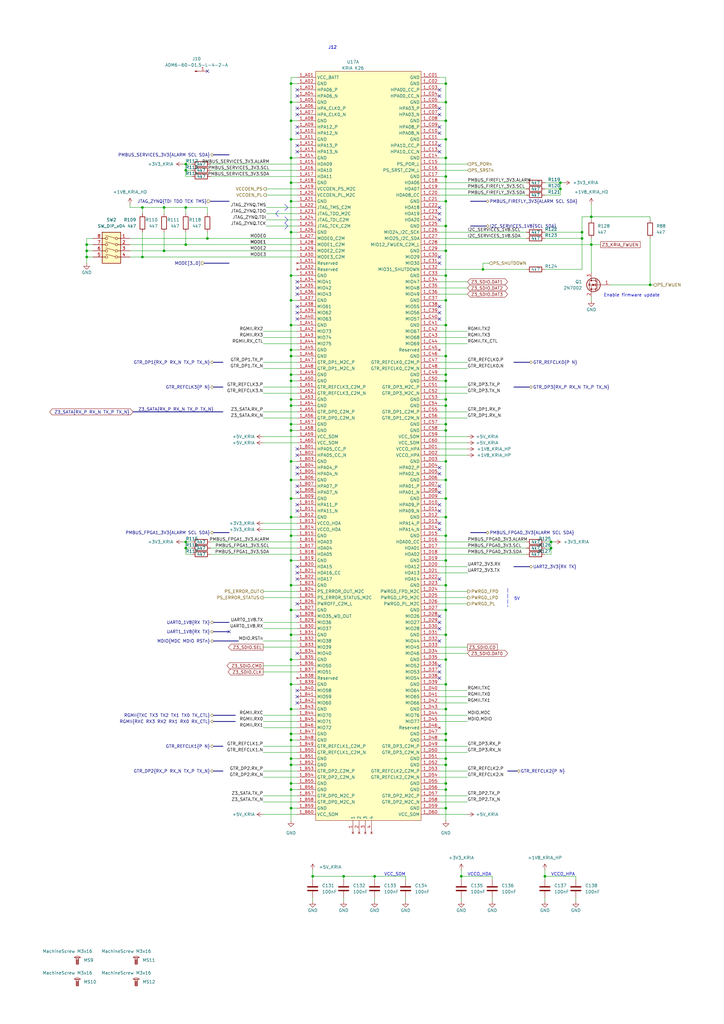
<source format=kicad_sch>
(kicad_sch (version 20211123) (generator eeschema)
  (paper "A3" portrait)
  (title_block (title "ATCA Template") (date "2023-01-05") (rev "1.0") (company "Karlsruhe Institute of Technology (KIT)") (comment 1 "Carsten Schmerbeck") (comment 2 "Luis Ardila") (comment 4 "Licensed under CERN-OHL-P v2"))
  (junction (at 182.88 240.03))
  (junction (at 189.23 359.41))
  (junction (at 119.38 146.05))
  (junction (at 119.38 113.03))
  (junction (at 119.38 153.67))
  (junction (at 119.38 260.35))
  (junction (at 119.38 331.47))
  (junction (at 182.88 196.85))
  (junction (at 182.88 146.05))
  (junction (at 182.88 331.47))
  (junction (at 119.38 280.67))
  (junction (at 119.38 270.51))
  (junction (at 182.88 34.29))
  (junction (at 182.88 82.55))
  (junction (at 119.38 311.15))
  (junction (at 119.38 176.53))
  (junction (at 182.88 250.19))
  (junction (at 119.38 313.69))
  (junction (at 58.42 85.09))
  (junction (at 182.88 176.53))
  (junction (at 242.57 100.33))
  (junction (at 182.88 57.15))
  (junction (at 182.88 280.67))
  (junction (at 182.88 321.31))
  (junction (at 266.7 116.84))
  (junction (at 182.88 173.99))
  (junction (at 67.31 102.87))
  (junction (at 76.2 85.09))
  (junction (at 119.38 133.35))
  (junction (at 119.38 49.53))
  (junction (at 182.88 153.67))
  (junction (at 119.38 219.71))
  (junction (at 182.88 49.53))
  (junction (at 128.27 359.41))
  (junction (at 119.38 290.83))
  (junction (at 182.88 123.19))
  (junction (at 182.88 290.83))
  (junction (at 67.31 85.09))
  (junction (at 119.38 204.47))
  (junction (at 182.88 270.51))
  (junction (at 119.38 321.31))
  (junction (at 119.38 57.15))
  (junction (at 35.56 105.41))
  (junction (at 229.87 74.93))
  (junction (at 85.09 97.79))
  (junction (at 35.56 102.87))
  (junction (at 238.76 95.25))
  (junction (at 119.38 212.09))
  (junction (at 182.88 204.47))
  (junction (at 182.88 163.83))
  (junction (at 182.88 323.85))
  (junction (at 119.38 189.23))
  (junction (at 119.38 123.19))
  (junction (at 119.38 250.19))
  (junction (at 182.88 212.09))
  (junction (at 119.38 143.51))
  (junction (at 238.76 97.79))
  (junction (at 182.88 311.15))
  (junction (at 182.88 102.87))
  (junction (at 76.2 222.25))
  (junction (at 76.2 69.85))
  (junction (at 119.38 300.99))
  (junction (at 182.88 156.21))
  (junction (at 182.88 166.37))
  (junction (at 182.88 189.23))
  (junction (at 182.88 219.71))
  (junction (at 76.2 224.79))
  (junction (at 198.12 110.49))
  (junction (at 76.2 67.31))
  (junction (at 226.06 222.25))
  (junction (at 119.38 240.03))
  (junction (at 119.38 95.25))
  (junction (at 182.88 303.53))
  (junction (at 35.56 100.33))
  (junction (at 119.38 196.85))
  (junction (at 119.38 34.29))
  (junction (at 182.88 72.39))
  (junction (at 119.38 163.83))
  (junction (at 119.38 64.77))
  (junction (at 182.88 92.71))
  (junction (at 119.38 41.91))
  (junction (at 119.38 166.37))
  (junction (at 182.88 113.03))
  (junction (at 182.88 41.91))
  (junction (at 119.38 173.99))
  (junction (at 182.88 313.69))
  (junction (at 229.87 77.47))
  (junction (at 223.52 359.41))
  (junction (at 182.88 133.35))
  (junction (at 119.38 82.55))
  (junction (at 140.97 359.41))
  (junction (at 182.88 229.87))
  (junction (at 58.42 105.41))
  (junction (at 76.2 100.33))
  (junction (at 182.88 300.99))
  (junction (at 226.06 224.79))
  (junction (at 242.57 88.9))
  (junction (at 182.88 260.35))
  (junction (at 119.38 229.87))
  (junction (at 119.38 323.85))
  (junction (at 182.88 64.77))
  (junction (at 119.38 74.93))
  (junction (at 119.38 303.53))
  (junction (at 119.38 156.21))
  (junction (at 153.67 359.41))
  (no_connect (at 180.34 90.17))
  (no_connect (at 180.34 85.09))
  (no_connect (at 180.34 87.63))
  (no_connect (at 180.34 105.41))
  (no_connect (at 180.34 107.95))
  (no_connect (at 121.92 283.21))
  (no_connect (at 121.92 285.75))
  (no_connect (at 121.92 288.29))
  (no_connect (at 121.92 267.97))
  (no_connect (at 121.92 252.73))
  (no_connect (at 121.92 247.65))
  (no_connect (at 121.92 232.41))
  (no_connect (at 121.92 234.95))
  (no_connect (at 121.92 237.49))
  (no_connect (at 180.34 36.83))
  (no_connect (at 180.34 39.37))
  (no_connect (at 180.34 44.45))
  (no_connect (at 180.34 46.99))
  (no_connect (at 180.34 52.07))
  (no_connect (at 180.34 54.61))
  (no_connect (at 180.34 59.69))
  (no_connect (at 180.34 62.23))
  (no_connect (at 180.34 125.73))
  (no_connect (at 180.34 128.27))
  (no_connect (at 180.34 130.81))
  (no_connect (at 121.92 115.57))
  (no_connect (at 121.92 118.11))
  (no_connect (at 121.92 120.65))
  (no_connect (at 121.92 125.73))
  (no_connect (at 121.92 128.27))
  (no_connect (at 121.92 130.81))
  (no_connect (at 121.92 54.61))
  (no_connect (at 121.92 46.99))
  (no_connect (at 121.92 44.45))
  (no_connect (at 121.92 39.37))
  (no_connect (at 121.92 36.83))
  (no_connect (at 121.92 62.23))
  (no_connect (at 121.92 59.69))
  (no_connect (at 121.92 52.07))
  (no_connect (at 85.09 29.21))
  (no_connect (at 93.98 259.08))
  (no_connect (at 180.34 237.49))
  (no_connect (at 180.34 252.73))
  (no_connect (at 180.34 255.27))
  (no_connect (at 180.34 273.05))
  (no_connect (at 180.34 275.59))
  (no_connect (at 180.34 257.81))
  (no_connect (at 180.34 262.89))
  (no_connect (at 180.34 278.13))
  (no_connect (at 180.34 209.55))
  (no_connect (at 180.34 199.39))
  (no_connect (at 180.34 201.93))
  (no_connect (at 180.34 207.01))
  (no_connect (at 180.34 214.63))
  (no_connect (at 180.34 217.17))
  (no_connect (at 180.34 191.77))
  (no_connect (at 180.34 194.31))
  (no_connect (at 121.92 207.01))
  (no_connect (at 121.92 209.55))
  (no_connect (at 121.92 201.93))
  (no_connect (at 121.92 184.15))
  (no_connect (at 121.92 186.69))
  (no_connect (at 121.92 191.77))
  (no_connect (at 121.92 194.31))
  (no_connect (at 121.92 199.39))
  (wire (pts (xy 180.34 242.57) (xy 191.77 242.57)))
  (bus (pts (xy 210.82 148.59) (xy 217.17 148.59)))
  (wire (pts (xy 180.34 334.01) (xy 191.77 334.01)))
  (wire (pts (xy 119.38 146.05) (xy 121.92 146.05)))
  (wire (pts (xy 119.38 323.85) (xy 121.92 323.85)))
  (wire (pts (xy 182.88 123.19) (xy 180.34 123.19)))
  (wire (pts (xy 119.38 219.71) (xy 121.92 219.71)))
  (wire (pts (xy 76.2 95.25) (xy 76.2 100.33)))
  (wire (pts (xy 140.97 359.41) (xy 153.67 359.41)))
  (wire (pts (xy 119.38 153.67) (xy 119.38 156.21)))
  (wire (pts (xy 76.2 85.09) (xy 85.09 85.09)))
  (wire (pts (xy 107.95 151.13) (xy 121.92 151.13)))
  (wire (pts (xy 180.34 285.75) (xy 191.77 285.75)))
  (wire (pts (xy 182.88 49.53) (xy 182.88 57.15)))
  (polyline (pts (xy 116.84 88.9) (xy 118.11 90.17)))
  (wire (pts (xy 128.27 359.41) (xy 128.27 360.68)))
  (wire (pts (xy 107.95 181.61) (xy 121.92 181.61)))
  (wire (pts (xy 119.38 166.37) (xy 119.38 173.99)))
  (wire (pts (xy 182.88 64.77) (xy 182.88 72.39)))
  (bus (pts (xy 87.63 259.08) (xy 93.98 259.08)))
  (bus (pts (xy 91.44 158.75) (xy 87.63 158.75)))
  (wire (pts (xy 107.95 245.11) (xy 121.92 245.11)))
  (wire (pts (xy 119.38 49.53) (xy 119.38 57.15)))
  (wire (pts (xy 182.88 204.47) (xy 180.34 204.47)))
  (wire (pts (xy 58.42 105.41) (xy 53.34 105.41)))
  (wire (pts (xy 67.31 85.09) (xy 76.2 85.09)))
  (wire (pts (xy 180.34 283.21) (xy 191.77 283.21)))
  (wire (pts (xy 236.22 368.3) (xy 236.22 369.57)))
  (wire (pts (xy 180.34 245.11) (xy 191.77 245.11)))
  (wire (pts (xy 189.23 356.87) (xy 189.23 359.41)))
  (wire (pts (xy 182.88 163.83) (xy 180.34 163.83)))
  (wire (pts (xy 107.95 257.81) (xy 121.92 257.81)))
  (wire (pts (xy 107.95 179.07) (xy 121.92 179.07)))
  (wire (pts (xy 78.74 224.79) (xy 76.2 224.79)))
  (wire (pts (xy 182.88 57.15) (xy 180.34 57.15)))
  (wire (pts (xy 180.34 168.91) (xy 191.77 168.91)))
  (wire (pts (xy 119.38 31.75) (xy 119.38 34.29)))
  (wire (pts (xy 182.88 331.47) (xy 180.34 331.47)))
  (bus (pts (xy 87.63 293.37) (xy 96.52 293.37)))
  (wire (pts (xy 182.88 34.29) (xy 180.34 34.29)))
  (wire (pts (xy 242.57 121.92) (xy 242.57 123.19)))
  (wire (pts (xy 74.93 67.31) (xy 76.2 67.31)))
  (wire (pts (xy 182.88 212.09) (xy 180.34 212.09)))
  (wire (pts (xy 166.37 368.3) (xy 166.37 369.57)))
  (wire (pts (xy 182.88 250.19) (xy 182.88 260.35)))
  (wire (pts (xy 107.95 328.93) (xy 121.92 328.93)))
  (wire (pts (xy 119.38 240.03) (xy 119.38 250.19)))
  (wire (pts (xy 119.38 321.31) (xy 119.38 323.85)))
  (wire (pts (xy 121.92 224.79) (xy 86.36 224.79)))
  (wire (pts (xy 182.88 219.71) (xy 180.34 219.71)))
  (wire (pts (xy 109.22 77.47) (xy 121.92 77.47)))
  (wire (pts (xy 107.95 308.61) (xy 121.92 308.61)))
  (wire (pts (xy 85.09 95.25) (xy 85.09 97.79)))
  (wire (pts (xy 107.95 161.29) (xy 121.92 161.29)))
  (wire (pts (xy 201.93 368.3) (xy 201.93 369.57)))
  (wire (pts (xy 198.12 110.49) (xy 215.9 110.49)))
  (wire (pts (xy 107.95 293.37) (xy 121.92 293.37)))
  (wire (pts (xy 180.34 140.97) (xy 191.77 140.97)))
  (wire (pts (xy 180.34 74.93) (xy 215.9 74.93)))
  (wire (pts (xy 182.88 196.85) (xy 182.88 204.47)))
  (wire (pts (xy 223.52 359.41) (xy 223.52 360.68)))
  (wire (pts (xy 140.97 359.41) (xy 140.97 360.68)))
  (wire (pts (xy 119.38 34.29) (xy 119.38 41.91)))
  (wire (pts (xy 119.38 229.87) (xy 119.38 240.03)))
  (wire (pts (xy 119.38 57.15) (xy 121.92 57.15)))
  (wire (pts (xy 76.2 69.85) (xy 78.74 69.85)))
  (wire (pts (xy 85.09 85.09) (xy 85.09 87.63)))
  (wire (pts (xy 182.88 280.67) (xy 180.34 280.67)))
  (wire (pts (xy 238.76 88.9) (xy 238.76 95.25)))
  (wire (pts (xy 223.52 368.3) (xy 223.52 369.57)))
  (wire (pts (xy 231.14 74.93) (xy 229.87 74.93)))
  (wire (pts (xy 107.95 326.39) (xy 121.92 326.39)))
  (wire (pts (xy 180.34 181.61) (xy 191.77 181.61)))
  (wire (pts (xy 182.88 176.53) (xy 182.88 189.23)))
  (wire (pts (xy 182.88 102.87) (xy 182.88 113.03)))
  (wire (pts (xy 119.38 311.15) (xy 119.38 313.69)))
  (bus (pts (xy 210.82 232.41) (xy 217.17 232.41)))
  (wire (pts (xy 180.34 306.07) (xy 191.77 306.07)))
  (wire (pts (xy 182.88 41.91) (xy 182.88 49.53)))
  (wire (pts (xy 119.38 313.69) (xy 119.38 321.31)))
  (wire (pts (xy 76.2 224.79) (xy 76.2 227.33)))
  (polyline (pts (xy 116.84 91.44) (xy 118.11 92.71)))
  (wire (pts (xy 85.09 97.79) (xy 121.92 97.79)))
  (wire (pts (xy 153.67 359.41) (xy 153.67 360.68)))
  (wire (pts (xy 182.88 313.69) (xy 180.34 313.69)))
  (wire (pts (xy 119.38 163.83) (xy 119.38 166.37)))
  (wire (pts (xy 119.38 204.47) (xy 119.38 212.09)))
  (wire (pts (xy 53.34 83.82) (xy 53.34 85.09)))
  (wire (pts (xy 119.38 113.03) (xy 119.38 123.19)))
  (bus (pts (xy 193.04 82.55) (xy 199.39 82.55)))
  (wire (pts (xy 107.95 255.27) (xy 121.92 255.27)))
  (wire (pts (xy 182.88 300.99) (xy 182.88 303.53)))
  (polyline (pts (xy 116.84 83.82) (xy 118.11 85.09)))
  (wire (pts (xy 67.31 85.09) (xy 67.31 87.63)))
  (wire (pts (xy 180.34 135.89) (xy 191.77 135.89)))
  (wire (pts (xy 107.95 265.43) (xy 121.92 265.43)))
  (wire (pts (xy 182.88 280.67) (xy 182.88 290.83)))
  (wire (pts (xy 180.34 234.95) (xy 191.77 234.95)))
  (wire (pts (xy 182.88 250.19) (xy 180.34 250.19)))
  (wire (pts (xy 180.34 267.97) (xy 191.77 267.97)))
  (wire (pts (xy 182.88 313.69) (xy 182.88 321.31)))
  (wire (pts (xy 238.76 97.79) (xy 238.76 110.49)))
  (wire (pts (xy 182.88 123.19) (xy 182.88 133.35)))
  (wire (pts (xy 242.57 100.33) (xy 246.38 100.33)))
  (wire (pts (xy 182.88 290.83) (xy 182.88 300.99)))
  (wire (pts (xy 107.95 316.23) (xy 121.92 316.23)))
  (wire (pts (xy 180.34 118.11) (xy 191.77 118.11)))
  (wire (pts (xy 119.38 321.31) (xy 121.92 321.31)))
  (wire (pts (xy 182.88 82.55) (xy 182.88 92.71)))
  (wire (pts (xy 242.57 88.9) (xy 238.76 88.9)))
  (wire (pts (xy 180.34 328.93) (xy 191.77 328.93)))
  (bus (pts (xy 83.82 107.95) (xy 93.98 107.95)))
  (wire (pts (xy 107.95 273.05) (xy 121.92 273.05)))
  (wire (pts (xy 119.38 74.93) (xy 121.92 74.93)))
  (wire (pts (xy 107.95 275.59) (xy 121.92 275.59)))
  (wire (pts (xy 223.52 224.79) (xy 226.06 224.79)))
  (wire (pts (xy 182.88 166.37) (xy 182.88 173.99)))
  (wire (pts (xy 180.34 138.43) (xy 191.77 138.43)))
  (wire (pts (xy 180.34 161.29) (xy 191.77 161.29)))
  (wire (pts (xy 182.88 323.85) (xy 182.88 331.47)))
  (wire (pts (xy 182.88 229.87) (xy 182.88 240.03)))
  (wire (pts (xy 119.38 260.35) (xy 121.92 260.35)))
  (wire (pts (xy 223.52 77.47) (xy 229.87 77.47)))
  (wire (pts (xy 180.34 77.47) (xy 215.9 77.47)))
  (wire (pts (xy 182.88 196.85) (xy 180.34 196.85)))
  (wire (pts (xy 200.66 107.95) (xy 198.12 107.95)))
  (wire (pts (xy 182.88 321.31) (xy 180.34 321.31)))
  (wire (pts (xy 182.88 133.35) (xy 180.34 133.35)))
  (wire (pts (xy 182.88 113.03) (xy 182.88 123.19)))
  (wire (pts (xy 198.12 107.95) (xy 198.12 110.49)))
  (bus (pts (xy 91.44 306.07) (xy 87.63 306.07)))
  (wire (pts (xy 236.22 359.41) (xy 236.22 360.68)))
  (wire (pts (xy 107.95 168.91) (xy 121.92 168.91)))
  (bus (pts (xy 54.61 168.91) (xy 91.44 168.91)))
  (wire (pts (xy 109.22 92.71) (xy 121.92 92.71)))
  (wire (pts (xy 182.88 303.53) (xy 182.88 311.15)))
  (wire (pts (xy 182.88 260.35) (xy 182.88 270.51)))
  (wire (pts (xy 238.76 95.25) (xy 238.76 97.79)))
  (wire (pts (xy 182.88 153.67) (xy 182.88 156.21)))
  (wire (pts (xy 180.34 222.25) (xy 215.9 222.25)))
  (wire (pts (xy 223.52 359.41) (xy 236.22 359.41)))
  (wire (pts (xy 119.38 331.47) (xy 121.92 331.47)))
  (wire (pts (xy 119.38 270.51) (xy 119.38 280.67)))
  (wire (pts (xy 119.38 156.21) (xy 119.38 163.83)))
  (wire (pts (xy 223.52 356.87) (xy 223.52 359.41)))
  (wire (pts (xy 180.34 179.07) (xy 191.77 179.07)))
  (wire (pts (xy 182.88 331.47) (xy 182.88 336.55)))
  (wire (pts (xy 76.2 222.25) (xy 78.74 222.25)))
  (wire (pts (xy 182.88 146.05) (xy 180.34 146.05)))
  (bus (pts (xy 87.63 295.91) (xy 96.52 295.91)))
  (wire (pts (xy 76.2 222.25) (xy 76.2 224.79)))
  (bus (pts (xy 87.63 148.59) (xy 91.44 148.59)))
  (wire (pts (xy 119.38 173.99) (xy 119.38 176.53)))
  (wire (pts (xy 119.38 82.55) (xy 121.92 82.55)))
  (wire (pts (xy 180.34 318.77) (xy 191.77 318.77)))
  (wire (pts (xy 121.92 222.25) (xy 86.36 222.25)))
  (wire (pts (xy 229.87 74.93) (xy 229.87 77.47)))
  (wire (pts (xy 182.88 189.23) (xy 182.88 196.85)))
  (wire (pts (xy 107.95 217.17) (xy 121.92 217.17)))
  (wire (pts (xy 223.52 97.79) (xy 238.76 97.79)))
  (wire (pts (xy 53.34 85.09) (xy 58.42 85.09)))
  (wire (pts (xy 119.38 57.15) (xy 119.38 64.77)))
  (wire (pts (xy 107.95 140.97) (xy 121.92 140.97)))
  (wire (pts (xy 119.38 313.69) (xy 121.92 313.69)))
  (wire (pts (xy 182.88 173.99) (xy 180.34 173.99)))
  (wire (pts (xy 182.88 204.47) (xy 182.88 212.09)))
  (wire (pts (xy 119.38 196.85) (xy 119.38 204.47)))
  (wire (pts (xy 119.38 219.71) (xy 119.38 229.87)))
  (wire (pts (xy 35.56 107.95) (xy 35.56 105.41)))
  (wire (pts (xy 58.42 85.09) (xy 67.31 85.09)))
  (wire (pts (xy 107.95 242.57) (xy 121.92 242.57)))
  (bus (pts (xy 93.98 218.44) (xy 87.63 218.44)))
  (wire (pts (xy 180.34 80.01) (xy 215.9 80.01)))
  (wire (pts (xy 109.22 85.09) (xy 121.92 85.09)))
  (wire (pts (xy 182.88 311.15) (xy 182.88 313.69)))
  (wire (pts (xy 180.34 316.23) (xy 191.77 316.23)))
  (wire (pts (xy 58.42 105.41) (xy 121.92 105.41)))
  (polyline (pts (xy 113.03 87.63) (xy 114.3 88.9)))
  (wire (pts (xy 226.06 222.25) (xy 227.33 222.25)))
  (wire (pts (xy 119.38 173.99) (xy 121.92 173.99)))
  (wire (pts (xy 38.1 102.87) (xy 35.56 102.87)))
  (wire (pts (xy 119.38 204.47) (xy 121.92 204.47)))
  (wire (pts (xy 182.88 229.87) (xy 180.34 229.87)))
  (wire (pts (xy 182.88 31.75) (xy 180.34 31.75)))
  (wire (pts (xy 182.88 49.53) (xy 180.34 49.53)))
  (wire (pts (xy 223.52 110.49) (xy 238.76 110.49)))
  (wire (pts (xy 180.34 232.41) (xy 191.77 232.41)))
  (wire (pts (xy 180.34 224.79) (xy 215.9 224.79)))
  (wire (pts (xy 119.38 82.55) (xy 119.38 95.25)))
  (wire (pts (xy 166.37 360.68) (xy 166.37 359.41)))
  (wire (pts (xy 182.88 153.67) (xy 180.34 153.67)))
  (wire (pts (xy 182.88 133.35) (xy 182.88 146.05)))
  (wire (pts (xy 107.95 334.01) (xy 121.92 334.01)))
  (wire (pts (xy 182.88 92.71) (xy 182.88 102.87)))
  (wire (pts (xy 119.38 300.99) (xy 121.92 300.99)))
  (wire (pts (xy 58.42 95.25) (xy 58.42 105.41)))
  (wire (pts (xy 182.88 219.71) (xy 182.88 229.87)))
  (wire (pts (xy 182.88 189.23) (xy 180.34 189.23)))
  (wire (pts (xy 119.38 260.35) (xy 119.38 270.51)))
  (wire (pts (xy 119.38 311.15) (xy 121.92 311.15)))
  (wire (pts (xy 119.38 95.25) (xy 121.92 95.25)))
  (wire (pts (xy 119.38 113.03) (xy 121.92 113.03)))
  (wire (pts (xy 180.34 308.61) (xy 191.77 308.61)))
  (wire (pts (xy 76.2 69.85) (xy 76.2 72.39)))
  (wire (pts (xy 76.2 67.31) (xy 78.74 67.31)))
  (wire (pts (xy 266.7 97.79) (xy 266.7 116.84)))
  (wire (pts (xy 182.88 323.85) (xy 180.34 323.85)))
  (wire (pts (xy 119.38 212.09) (xy 121.92 212.09)))
  (wire (pts (xy 86.36 67.31) (xy 121.92 67.31)))
  (wire (pts (xy 180.34 171.45) (xy 191.77 171.45)))
  (wire (pts (xy 35.56 102.87) (xy 35.56 100.33)))
  (wire (pts (xy 189.23 359.41) (xy 201.93 359.41)))
  (wire (pts (xy 119.38 300.99) (xy 119.38 303.53)))
  (bus (pts (xy 87.63 262.89) (xy 97.79 262.89)))
  (wire (pts (xy 182.88 163.83) (xy 182.88 166.37)))
  (bus (pts (xy 208.28 316.23) (xy 212.09 316.23)))
  (polyline (pts (xy 116.84 93.98) (xy 118.11 92.71)))
  (wire (pts (xy 107.95 306.07) (xy 121.92 306.07)))
  (bus (pts (xy 193.04 218.44) (xy 199.39 218.44)))
  (wire (pts (xy 189.23 359.41) (xy 189.23 360.68)))
  (wire (pts (xy 119.38 31.75) (xy 121.92 31.75)))
  (wire (pts (xy 182.88 41.91) (xy 180.34 41.91)))
  (wire (pts (xy 119.38 166.37) (xy 121.92 166.37)))
  (wire (pts (xy 119.38 250.19) (xy 121.92 250.19)))
  (wire (pts (xy 180.34 288.29) (xy 191.77 288.29)))
  (wire (pts (xy 223.52 80.01) (xy 229.87 80.01)))
  (wire (pts (xy 182.88 57.15) (xy 182.88 64.77)))
  (wire (pts (xy 182.88 156.21) (xy 180.34 156.21)))
  (wire (pts (xy 119.38 143.51) (xy 121.92 143.51)))
  (wire (pts (xy 182.88 34.29) (xy 182.88 41.91)))
  (wire (pts (xy 180.34 158.75) (xy 191.77 158.75)))
  (wire (pts (xy 119.38 64.77) (xy 119.38 74.93)))
  (polyline (pts (xy 116.84 91.44) (xy 118.11 90.17)))
  (wire (pts (xy 107.95 138.43) (xy 121.92 138.43)))
  (wire (pts (xy 182.88 82.55) (xy 180.34 82.55)))
  (wire (pts (xy 107.95 318.77) (xy 121.92 318.77)))
  (wire (pts (xy 119.38 331.47) (xy 119.38 336.55)))
  (wire (pts (xy 153.67 359.41) (xy 166.37 359.41)))
  (wire (pts (xy 119.38 176.53) (xy 119.38 189.23)))
  (wire (pts (xy 180.34 186.69) (xy 191.77 186.69)))
  (wire (pts (xy 223.52 74.93) (xy 229.87 74.93)))
  (wire (pts (xy 109.22 90.17) (xy 121.92 90.17)))
  (wire (pts (xy 180.34 184.15) (xy 191.77 184.15)))
  (wire (pts (xy 182.88 303.53) (xy 180.34 303.53)))
  (wire (pts (xy 182.88 166.37) (xy 180.34 166.37)))
  (wire (pts (xy 180.34 295.91) (xy 191.77 295.91)))
  (wire (pts (xy 182.88 92.71) (xy 180.34 92.71)))
  (wire (pts (xy 38.1 105.41) (xy 35.56 105.41)))
  (polyline (pts (xy 116.84 86.36) (xy 118.11 85.09)))
  (wire (pts (xy 109.22 87.63) (xy 121.92 87.63)))
  (wire (pts (xy 119.38 240.03) (xy 121.92 240.03)))
  (wire (pts (xy 119.38 95.25) (xy 119.38 113.03)))
  (wire (pts (xy 119.38 41.91) (xy 121.92 41.91)))
  (wire (pts (xy 223.52 95.25) (xy 238.76 95.25)))
  (wire (pts (xy 182.88 146.05) (xy 182.88 153.67)))
  (wire (pts (xy 180.34 110.49) (xy 198.12 110.49)))
  (wire (pts (xy 266.7 116.84) (xy 267.97 116.84)))
  (wire (pts (xy 119.38 34.29) (xy 121.92 34.29)))
  (wire (pts (xy 119.38 123.19) (xy 121.92 123.19)))
  (wire (pts (xy 242.57 83.82) (xy 242.57 88.9)))
  (wire (pts (xy 121.92 72.39) (xy 86.36 72.39)))
  (wire (pts (xy 58.42 85.09) (xy 58.42 87.63)))
  (wire (pts (xy 128.27 368.3) (xy 128.27 369.57)))
  (wire (pts (xy 86.36 227.33) (xy 121.92 227.33)))
  (wire (pts (xy 119.38 176.53) (xy 121.92 176.53)))
  (wire (pts (xy 140.97 368.3) (xy 140.97 369.57)))
  (wire (pts (xy 109.22 80.01) (xy 121.92 80.01)))
  (wire (pts (xy 85.09 97.79) (xy 53.34 97.79)))
  (wire (pts (xy 180.34 97.79) (xy 215.9 97.79)))
  (wire (pts (xy 182.88 270.51) (xy 180.34 270.51)))
  (wire (pts (xy 180.34 265.43) (xy 191.77 265.43)))
  (wire (pts (xy 180.34 72.39) (xy 182.88 72.39)))
  (wire (pts (xy 107.95 214.63) (xy 121.92 214.63)))
  (wire (pts (xy 74.93 222.25) (xy 76.2 222.25)))
  (wire (pts (xy 182.88 72.39) (xy 182.88 82.55)))
  (wire (pts (xy 128.27 356.87) (xy 128.27 359.41)))
  (wire (pts (xy 119.38 133.35) (xy 119.38 143.51)))
  (wire (pts (xy 119.38 146.05) (xy 119.38 153.67)))
  (wire (pts (xy 119.38 303.53) (xy 119.38 311.15)))
  (wire (pts (xy 119.38 270.51) (xy 121.92 270.51)))
  (wire (pts (xy 180.34 100.33) (xy 242.57 100.33)))
  (wire (pts (xy 35.56 100.33) (xy 35.56 97.79)))
  (wire (pts (xy 226.06 224.79) (xy 226.06 227.33)))
  (wire (pts (xy 128.27 359.41) (xy 140.97 359.41)))
  (wire (pts (xy 229.87 77.47) (xy 229.87 80.01)))
  (wire (pts (xy 119.38 189.23) (xy 119.38 196.85)))
  (wire (pts (xy 242.57 88.9) (xy 266.7 88.9)))
  (wire (pts (xy 119.38 74.93) (xy 119.38 82.55)))
  (wire (pts (xy 119.38 64.77) (xy 121.92 64.77)))
  (wire (pts (xy 38.1 100.33) (xy 35.56 100.33)))
  (wire (pts (xy 242.57 97.79) (xy 242.57 100.33)))
  (bus (pts (xy 93.98 82.55) (xy 86.36 82.55)))
  (wire (pts (xy 119.38 323.85) (xy 119.38 331.47)))
  (wire (pts (xy 76.2 67.31) (xy 76.2 69.85)))
  (wire (pts (xy 119.38 123.19) (xy 119.38 133.35)))
  (wire (pts (xy 180.34 95.25) (xy 215.9 95.25)))
  (wire (pts (xy 182.88 173.99) (xy 182.88 176.53)))
  (wire (pts (xy 119.38 280.67) (xy 119.38 290.83)))
  (polyline (pts (xy 208.28 241.3) (xy 208.28 248.92)))
  (bus (pts (xy 87.63 316.23) (xy 91.44 316.23)))
  (wire (pts (xy 119.38 133.35) (xy 121.92 133.35)))
  (wire (pts (xy 119.38 290.83) (xy 119.38 300.99)))
  (bus (pts (xy 193.04 92.71) (xy 199.39 92.71)))
  (wire (pts (xy 107.95 262.89) (xy 121.92 262.89)))
  (wire (pts (xy 119.38 143.51) (xy 119.38 146.05)))
  (wire (pts (xy 180.34 326.39) (xy 191.77 326.39)))
  (bus (pts (xy 93.98 63.5) (xy 87.63 63.5)))
  (wire (pts (xy 153.67 368.3) (xy 153.67 369.57)))
  (wire (pts (xy 35.56 97.79) (xy 38.1 97.79)))
  (wire (pts (xy 182.88 290.83) (xy 180.34 290.83)))
  (wire (pts (xy 180.34 247.65) (xy 191.77 247.65)))
  (wire (pts (xy 182.88 113.03) (xy 180.34 113.03)))
  (wire (pts (xy 242.57 100.33) (xy 242.57 111.76)))
  (wire (pts (xy 180.34 293.37) (xy 191.77 293.37)))
  (wire (pts (xy 119.38 196.85) (xy 121.92 196.85)))
  (wire (pts (xy 107.95 171.45) (xy 121.92 171.45)))
  (wire (pts (xy 119.38 212.09) (xy 119.38 219.71)))
  (wire (pts (xy 107.95 148.59) (xy 121.92 148.59)))
  (wire (pts (xy 182.88 102.87) (xy 180.34 102.87)))
  (wire (pts (xy 119.38 280.67) (xy 121.92 280.67)))
  (wire (pts (xy 182.88 64.77) (xy 180.34 64.77)))
  (wire (pts (xy 119.38 163.83) (xy 121.92 163.83)))
  (wire (pts (xy 35.56 105.41) (xy 35.56 102.87)))
  (wire (pts (xy 86.36 69.85) (xy 121.92 69.85)))
  (wire (pts (xy 182.88 321.31) (xy 182.88 323.85)))
  (wire (pts (xy 76.2 227.33) (xy 78.74 227.33)))
  (wire (pts (xy 223.52 222.25) (xy 226.06 222.25)))
  (wire (pts (xy 182.88 31.75) (xy 182.88 34.29)))
  (wire (pts (xy 180.34 67.31) (xy 191.77 67.31)))
  (wire (pts (xy 67.31 102.87) (xy 53.34 102.87)))
  (wire (pts (xy 201.93 359.41) (xy 201.93 360.68)))
  (wire (pts (xy 78.74 72.39) (xy 76.2 72.39)))
  (wire (pts (xy 182.88 176.53) (xy 180.34 176.53)))
  (wire (pts (xy 119.38 41.91) (xy 119.38 49.53)))
  (wire (pts (xy 223.52 227.33) (xy 226.06 227.33)))
  (wire (pts (xy 76.2 100.33) (xy 121.92 100.33)))
  (wire (pts (xy 182.88 300.99) (xy 180.34 300.99)))
  (wire (pts (xy 180.34 148.59) (xy 191.77 148.59)))
  (wire (pts (xy 189.23 368.3) (xy 189.23 369.57)))
  (wire (pts (xy 180.34 115.57) (xy 191.77 115.57)))
  (wire (pts (xy 67.31 102.87) (xy 121.92 102.87)))
  (wire (pts (xy 180.34 120.65) (xy 191.77 120.65)))
  (wire (pts (xy 67.31 95.25) (xy 67.31 102.87)))
  (wire (pts (xy 182.88 270.51) (xy 182.88 280.67)))
  (wire (pts (xy 76.2 85.09) (xy 76.2 87.63)))
  (wire (pts (xy 119.38 156.21) (xy 121.92 156.21)))
  (wire (pts (xy 107.95 298.45) (xy 121.92 298.45)))
  (wire (pts (xy 242.57 88.9) (xy 242.57 90.17)))
  (wire (pts (xy 119.38 153.67) (xy 121.92 153.67)))
  (wire (pts (xy 107.95 158.75) (xy 121.92 158.75)))
  (wire (pts (xy 182.88 240.03) (xy 182.88 250.19)))
  (wire (pts (xy 180.34 151.13) (xy 191.77 151.13)))
  (wire (pts (xy 180.34 227.33) (xy 215.9 227.33)))
  (wire (pts (xy 107.95 135.89) (xy 121.92 135.89)))
  (wire (pts (xy 182.88 212.09) (xy 182.88 219.71)))
  (wire (pts (xy 119.38 290.83) (xy 121.92 290.83)))
  (wire (pts (xy 226.06 222.25) (xy 226.06 224.79)))
  (bus (pts (xy 87.63 255.27) (xy 93.98 255.27)))
  (wire (pts (xy 180.34 69.85) (xy 191.77 69.85)))
  (wire (pts (xy 182.88 311.15) (xy 180.34 311.15)))
  (polyline (pts (xy 114.3 86.36) (xy 113.03 87.63)))
  (wire (pts (xy 119.38 303.53) (xy 121.92 303.53)))
  (wire (pts (xy 182.88 260.35) (xy 180.34 260.35)))
  (wire (pts (xy 182.88 156.21) (xy 182.88 163.83)))
  (wire (pts (xy 250.19 116.84) (xy 266.7 116.84)))
  (bus (pts (xy 210.82 158.75) (xy 217.17 158.75)))
  (wire (pts (xy 119.38 250.19) (xy 119.38 260.35)))
  (wire (pts (xy 182.88 240.03) (xy 180.34 240.03)))
  (wire (pts (xy 76.2 100.33) (xy 53.34 100.33)))
  (wire (pts (xy 266.7 88.9) (xy 266.7 90.17)))
  (wire (pts (xy 119.38 229.87) (xy 121.92 229.87)))
  (wire (pts (xy 119.38 189.23) (xy 121.92 189.23)))
  (wire (pts (xy 107.95 295.91) (xy 121.92 295.91)))
  (wire (pts (xy 119.38 49.53) (xy 121.92 49.53)))
  (text "VCCO_HDA" (at 191.77 359.41 0) (effects (font (size 1.27 1.27)) (justify left bottom)))
  (text "VCCO_HPA" (at 226.06 359.41 0) (effects (font (size 1.27 1.27)) (justify left bottom)))
  (text "5V" (at 210.82 246.38 0) (effects (font (size 1.27 1.27)) (justify left bottom)))
  (text "J12" (at 134.62 20.32 0) (effects (font (size 1.27 1.27)) (justify left bottom)))
  (text "J12" (at 134.62 20.32 0) (effects (font (size 1.27 1.27)) (justify left bottom)))
  (text "VCC_SOM" (at 166.37 359.41 180) (effects (font (size 1.27 1.27)) (justify right bottom)))
  (text "Enable firmware update" (at 247.65 121.92 0) (effects (font (size 1.27 1.27)) (justify left bottom)))
  (label "MODE3" (at 109.22 105.41 180))
  (label "JTAG_ZYNQ.TMS" (at 109.22 85.09 180))
  (label "UART0_1V8.TX" (at 107.95 255.27 180))
  (label "PMBUS_FPGA0_3V3.SDA" (at 191.8098 227.33 0))
  (label "RGMII.TX0" (at 191.77 285.75 0))
  (label "UART2_3V3.TX" (at 191.77 234.95 0))
  (label "GTR_REFCLK0.N" (at 191.77 151.13 0))
  (label "RGMII.RX3" (at 107.95 138.43 180))
  (label "Z3_SATA{RX_P RX_N TX_P TX_N}" (at 87.63 168.91 180))
  (label "Z3_SATA.TX_P" (at 107.95 326.39 180))
  (label "PMBUS_FIREFLY_3V3.SDA" (at 191.8098 80.01 0))
  (label "GTR_DP3.TX_N" (at 191.77 161.29 0))
  (label "JTAG_ZYNQ.TCK" (at 109.22 92.71 180))
  (label "GTR_DP3.TX_P" (at 191.77 158.75 0))
  (label "RGMII.TX2" (at 191.77 135.89 0))
  (label "GTR_DP3.RX_P" (at 191.77 306.07 0))
  (label "Z3_SATA.TX_N" (at 107.95 328.93 180))
  (label "MODE1" (at 109.22 100.33 180))
  (label "GTR_DP1.RX_P" (at 191.77 168.91 0))
  (label "GTR_REFCLK0.P" (at 191.77 148.59 0))
  (label "GTR_DP2.RX_P" (at 107.95 316.23 180))
  (label "RGMII.TX1" (at 191.77 288.29 0))
  (label "UART2_3V3.RX" (at 191.77 232.41 0))
  (label "MODE0" (at 109.22 97.79 180))
  (label "RGMII.TX_CTL" (at 191.77 140.97 0))
  (label "PMBUS_FPGA1_3V3.SCL" (at 110.49 224.79 180))
  (label "JTAG_ZYNQ.TDO" (at 109.22 87.63 180))
  (label "PMBUS_FIREFLY_3V3.ALARM" (at 191.77 74.93 0))
  (label "PMBUS_FPGA1_3V3.SDA" (at 110.4502 227.33 180))
  (label "GTR_REFCLK2.N" (at 191.77 318.77 0))
  (label "PMBUS_SERVICES_3V3.ALARM" (at 110.5298 67.31 180))
  (label "RGMII.RX0" (at 107.95 295.91 180))
  (label "GTR_REFCLK3.N" (at 107.95 161.29 180))
  (label "I2C_SERVICES_1V8.SDA" (at 191.77 97.79 0))
  (label "Z3_SATA.RX_N" (at 107.95 171.45 180))
  (label "PMBUS_FPGA0_3V3.SCL" (at 191.77 224.79 0))
  (label "GTR_DP1.RX_N" (at 191.77 171.45 0))
  (label "RGMII.RXC" (at 107.95 293.37 180))
  (label "PMBUS_FPGA0_3V3.ALARM" (at 191.77 222.25 0))
  (label "RGMII.RX2" (at 107.95 135.89 180))
  (label "GTR_REFCLK3.P" (at 107.95 158.75 180))
  (label "RGMII.TXC" (at 191.77 283.21 0))
  (label "GTR_DP2.TX_P" (at 191.77 326.39 0))
  (label "GTR_DP2.TX_N" (at 191.77 328.93 0))
  (label "PMBUS_FPGA1_3V3.ALARM" (at 110.49 222.25 180))
  (label "GTR_REFCLK1.P" (at 107.95 306.07 180))
  (label "GTR_REFCLK2.P" (at 191.77 316.23 0))
  (label "MDIO.MDC" (at 191.77 293.37 0))
  (label "MDIO.RSTn" (at 107.95 262.89 180))
  (label "GTR_DP1.TX_P" (at 107.95 148.59 180))
  (label "MODE2" (at 109.22 102.87 180))
  (label "GTR_DP2.RX_N" (at 107.95 318.77 180))
  (label "RGMII.RX1" (at 107.95 298.45 180))
  (label "PMBUS_SERVICES_3V3.SDA" (at 110.49 72.39 180))
  (label "GTR_DP3.RX_N" (at 191.77 308.61 0))
  (label "GTR_REFCLK1.N" (at 107.95 308.61 180))
  (label "PMBUS_FIREFLY_3V3.SCL" (at 191.77 77.47 0))
  (label "RGMII.TX3" (at 191.77 138.43 0))
  (label "RGMII.RX_CTL" (at 107.95 140.97 180))
  (label "Z3_SATA.RX_P" (at 107.95 168.91 180))
  (label "PMBUS_SERVICES_3V3.SCL" (at 110.5298 69.85 180))
  (label "MDIO.MDIO" (at 191.77 295.91 0))
  (label "GTR_DP1.TX_N" (at 107.95 151.13 180))
  (label "I2C_SERVICES_1V8.SCL" (at 191.77 95.25 0))
  (label "MODE1" (at 109.22 100.33 180))
  (label "JTAG_ZYNQ.TDI" (at 109.22 90.17 180))
  (label "UART0_1V8.RX" (at 107.95 257.81 180))
  (global_label "Z3_SDIO.CD" (shape passive) (at 191.77 265.43 0) (property "Intersheet References" "${INTERSHEET_REFS}" (effects hide)))
  (global_label "Z3_KRIA_FWUEN" (shape passive) (at 246.38 100.33 0) (property "Intersheet References" "${INTERSHEET_REFS}" (effects hide)))
  (global_label "Z3_SDIO.SEL" (shape output) (at 107.95 265.43 180) (property "Intersheet References" "${INTERSHEET_REFS}" (effects hide)))
  (global_label "Z3_SATA{RX_P RX_N TX_P TX_N}" (shape bidirectional) (at 54.61 168.91 180) (property "Intersheet References" "${INTERSHEET_REFS}" (effects hide)))
  (global_label "Z3_SDIO.DAT2" (shape bidirectional) (at 191.77 118.11 0) (property "Intersheet References" "${INTERSHEET_REFS}" (effects hide)))
  (global_label "Z3_SDIO.DAT3" (shape bidirectional) (at 191.77 120.65 0) (property "Intersheet References" "${INTERSHEET_REFS}" (effects hide)))
  (global_label "Z3_SDIO.DAT1" (shape bidirectional) (at 191.77 115.57 0) (property "Intersheet References" "${INTERSHEET_REFS}" (effects hide)))
  (global_label "Z3_SDIO.CLK" (shape output) (at 107.95 275.59 180) (property "Intersheet References" "${INTERSHEET_REFS}" (effects hide)))
  (global_label "Z3_SDIO.DAT0" (shape bidirectional) (at 191.77 267.97 0) (property "Intersheet References" "${INTERSHEET_REFS}" (effects hide)))
  (global_label "Z3_SDIO.CMD" (shape output) (at 107.95 273.05 180) (property "Intersheet References" "${INTERSHEET_REFS}" (effects hide)))
  (hierarchical_label "UART1_1V8{RX TX}" (shape bidirectional) (at 87.63 259.08 180))
  (hierarchical_label "GTR_DP2{RX_P RX_N TX_P TX_N}" (shape bidirectional) (at 87.63 316.23 180))
  (hierarchical_label "PMBUS_FIREFLY_3V3{ALARM SCL SDA}" (shape bidirectional) (at 199.39 82.55 0))
  (hierarchical_label "JTAG_ZYNQ{TDI TDO TCK TMS}" (shape input) (at 86.36 82.55 180))
  (hierarchical_label "PS_PORn" (shape input) (at 191.77 67.31 0))
  (hierarchical_label "PS_ERROR_STATUS" (shape output) (at 107.95 245.11 180))
  (hierarchical_label "GTR_REFCLK2{P N}" (shape bidirectional) (at 212.09 316.23 0))
  (hierarchical_label "PS_SHUTDOWN" (shape input) (at 200.66 107.95 0))
  (hierarchical_label "RGMII{TXC TX3 TX2 TX1 TX0 TX_CTL}" (shape bidirectional) (at 87.63 293.37 180))
  (hierarchical_label "PWRGD_LPD" (shape output) (at 191.77 245.11 0))
  (hierarchical_label "PMBUS_FPGA1_3V3{ALARM SCL SDA}" (shape bidirectional) (at 87.63 218.44 180))
  (hierarchical_label "RGMII{RXC RX3 RX2 RX1 RX0 RX_CTL}" (shape bidirectional) (at 87.63 295.91 180))
  (hierarchical_label "VCCOEN_PL" (shape output) (at 109.22 80.01 180))
  (hierarchical_label "MDIO{MDC MDIO RSTn}" (shape bidirectional) (at 87.63 262.89 180))
  (hierarchical_label "GTR_DP1{RX_P RX_N TX_P TX_N}" (shape bidirectional) (at 87.63 148.59 180))
  (hierarchical_label "PS_FWUEN" (shape input) (at 267.97 116.84 0))
  (hierarchical_label "GTR_REFCLK1{P N}" (shape bidirectional) (at 87.63 306.07 180))
  (hierarchical_label "PS_SRSTn" (shape input) (at 191.77 69.85 0))
  (hierarchical_label "GTR_DP3{RX_P RX_N TX_P TX_N}" (shape bidirectional) (at 217.17 158.75 0))
  (hierarchical_label "GTR_REFCLK0{P N}" (shape bidirectional) (at 217.17 148.59 0))
  (hierarchical_label "GTR_REFCLK3{P N}" (shape bidirectional) (at 87.63 158.75 180))
  (hierarchical_label "MODE[3..0]" (shape input) (at 83.82 107.95 180))
  (hierarchical_label "PMBUS_FPGA0_3V3{ALARM SCL SDA}" (shape bidirectional) (at 199.39 218.44 0))
  (hierarchical_label "PMBUS_SERVICES_3V3{ALARM SCL SDA}" (shape bidirectional) (at 87.63 63.5 180))
  (hierarchical_label "VCCOEN_PS" (shape output) (at 109.22 77.47 180))
  (hierarchical_label "I2C_SERVICES_1V8{SCL SDA}" (shape bidirectional) (at 199.39 92.71 0))
  (hierarchical_label "PWRGD_PL" (shape output) (at 191.77 247.65 0))
  (hierarchical_label "UART0_1V8{RX TX}" (shape bidirectional) (at 87.63 255.27 180))
  (hierarchical_label "PS_ERROR_OUT" (shape output) (at 107.95 242.57 180))
  (hierarchical_label "UART2_3V3{RX TX}" (shape bidirectional) (at 217.17 232.41 0))
  (hierarchical_label "PWRGD_FPD" (shape output) (at 191.77 242.57 0))
  (symbol (lib_id "KIT_Power:+1V8_KRIA_HD") (at 242.57 83.82 0) (unit 1)
    (property "Reference" "#PWR0420" (effects hide))
    (property "Value" "+1V8_KRIA_HD" (at 242.57 78.74 0))
  )
  (symbol (lib_id "power:GND") (at 189.23 369.57 0) (unit 1)
    (property "Reference" "#PWR0410" (effects hide))
    (property "Value" "GND" (at 189.23 373.38 0))
  )
  (symbol (lib_id "KIT_Power:+3V3_KRIA") (at 231.14 74.93 270) (unit 1)
    (property "Reference" "#PWR0777" (effects hide))
    (property "Value" "+3V3_KRIA" (at 234.95 74.9299 90) (effects (justify left)))
  )
  (symbol (lib_id "Device:R") (at 219.71 77.47 270) (unit 1)
    (property "Reference" "R120" (at 227.33 76.2 90))
    (property "Value" "4k7" (at 219.71 77.47 90))
    (property "Footprint" "Resistor_SMD:R_0402_1005Metric" (effects hide))
    (property "digikey#" "A129635CT-ND" (effects hide))
    (property "manf" "TE" (effects hide))
    (property "manf#" "CRGCQ0402F4K7" (effects hide))
    (property "stock" "AVT-IPE" (effects hide))
  )
  (symbol (lib_id "Device:R") (at 266.7 93.98 0) (unit 1)
    (property "Reference" "R88" (at 269.24 92.7099 0) (effects (justify left)))
    (property "Value" "4k7" (at 269.24 95.2499 0) (effects (justify left)))
    (property "Footprint" "Resistor_SMD:R_0402_1005Metric" (effects hide))
    (property "digikey#" "A129635CT-ND" (effects hide))
    (property "manf" "TE" (effects hide))
    (property "manf#" "CRGCQ0402F4K7" (effects hide))
    (property "stock" "AVT-IPE" (effects hide))
  )
  (symbol (lib_id "Device:R") (at 219.71 222.25 270) (unit 1)
    (property "Reference" "R125" (at 223.52 220.98 90))
    (property "Value" "4k7" (at 219.71 222.25 90))
    (property "Footprint" "Resistor_SMD:R_0402_1005Metric" (effects hide))
    (property "digikey#" "A129635CT-ND" (effects hide))
    (property "manf" "TE" (effects hide))
    (property "manf#" "CRGCQ0402F4K7" (effects hide))
    (property "stock" "AVT-IPE" (effects hide))
  )
  (symbol (lib_id "KIT_Mechanical:MachineScrew") (at 31.75 393.7 0) (unit 1) (on_board no)
    (property "Reference" "MS9" (at 34.29 393.8178 0) (effects (justify left)))
    (property "Value" "MachineScrew M3x16" (at 27.686 390.144 0))
    (property "rs#" "560-619" (effects hide))
  )
  (symbol (lib_id "Device:C") (at 166.37 364.49 0) (unit 1)
    (property "Reference" "C134" (at 170.18 363.2199 0) (effects (justify left)))
    (property "Value" "100nF" (at 170.18 365.7599 0) (effects (justify left)))
    (property "Footprint" "Capacitor_SMD:C_0402_1005Metric" (effects hide))
    (property "stock" "AVT-IPE" (effects hide))
    (property "voltage" "16 V" (effects hide))
  )
  (symbol (lib_id "Device:R") (at 219.71 80.01 270) (unit 1)
    (property "Reference" "R121" (at 227.2902 78.74 90))
    (property "Value" "4k7" (at 219.6702 80.01 90))
    (property "Footprint" "Resistor_SMD:R_0402_1005Metric" (effects hide))
    (property "digikey#" "A129635CT-ND" (effects hide))
    (property "manf" "TE" (effects hide))
    (property "manf#" "CRGCQ0402F4K7" (effects hide))
    (property "stock" "AVT-IPE" (effects hide))
  )
  (symbol (lib_id "KIT_Power:+1V8_KRIA_HP") (at 191.77 184.15 270) (unit 1)
    (property "Reference" "#PWR0530" (effects hide))
    (property "Value" "+1V8_KRIA_HP" (at 195.58 184.1499 90) (effects (justify left)))
  )
  (symbol (lib_id "Device:R") (at 219.71 74.93 270) (unit 1)
    (property "Reference" "R119" (at 227.33 73.66 90))
    (property "Value" "4k7" (at 219.71 74.93 90))
    (property "Footprint" "Resistor_SMD:R_0402_1005Metric" (effects hide))
    (property "digikey#" "A129635CT-ND" (effects hide))
    (property "manf" "TE" (effects hide))
    (property "manf#" "CRGCQ0402F4K7" (effects hide))
    (property "stock" "AVT-IPE" (effects hide))
  )
  (symbol (lib_id "KIT_Power:+5V_KRIA") (at 107.95 334.01 90) (unit 1)
    (property "Reference" "#PWR0534" (effects hide))
    (property "Value" "+5V_KRIA" (at 95.25 334.01 90) (effects (justify right)))
  )
  (symbol (lib_id "Device:R") (at 219.71 110.49 270) (unit 1)
    (property "Reference" "R124" (at 226.06 109.22 90))
    (property "Value" "4k7" (at 219.71 110.49 90))
    (property "Footprint" "Resistor_SMD:R_0402_1005Metric" (effects hide))
    (property "digikey#" "A129635CT-ND" (effects hide))
    (property "manf" "TE" (effects hide))
    (property "manf#" "CRGCQ0402F4K7" (effects hide))
    (property "stock" "AVT-IPE" (effects hide))
  )
  (symbol (lib_id "Device:C") (at 223.52 364.49 0) (unit 1)
    (property "Reference" "C137" (at 227.33 363.2199 0) (effects (justify left)))
    (property "Value" "100nF" (at 227.33 365.7599 0) (effects (justify left)))
    (property "Footprint" "Capacitor_SMD:C_0402_1005Metric" (effects hide))
    (property "stock" "AVT-IPE" (effects hide))
    (property "voltage" "16 V" (effects hide))
  )
  (symbol (lib_id "power:GND") (at 201.93 369.57 0) (unit 1)
    (property "Reference" "#PWR0411" (effects hide))
    (property "Value" "GND" (at 201.93 373.38 0))
  )
  (symbol (lib_id "Device:R") (at 219.71 227.33 270) (unit 1)
    (property "Reference" "R127" (at 223.4802 226.06 90))
    (property "Value" "4k7" (at 219.6702 227.33 90))
    (property "Footprint" "Resistor_SMD:R_0402_1005Metric" (effects hide))
    (property "digikey#" "A129635CT-ND" (effects hide))
    (property "manf" "TE" (effects hide))
    (property "manf#" "CRGCQ0402F4K7" (effects hide))
    (property "stock" "AVT-IPE" (effects hide))
  )
  (symbol (lib_id "KIT_Power:+1V8_KRIA_HP") (at 223.52 356.87 0) (unit 1)
    (property "Reference" "#PWR0846" (effects hide))
    (property "Value" "+1V8_KRIA_HP" (at 223.52 351.79 0))
  )
  (symbol (lib_id "power:GND") (at 140.97 369.57 0) (unit 1)
    (property "Reference" "#PWR0368" (effects hide))
    (property "Value" "GND" (at 140.97 373.38 0))
  )
  (symbol (lib_id "power:GND") (at 166.37 369.57 0) (unit 1)
    (property "Reference" "#PWR0370" (effects hide))
    (property "Value" "GND" (at 166.37 373.38 0))
  )
  (symbol (lib_id "Device:R") (at 242.57 93.98 180) (unit 1)
    (property "Reference" "R128" (at 245.11 92.7099 0) (effects (justify right)))
    (property "Value" "4k7" (at 245.11 95.2499 0) (effects (justify right)))
    (property "Footprint" "Resistor_SMD:R_0402_1005Metric" (effects hide))
    (property "digikey#" "A129635CT-ND" (effects hide))
    (property "manf" "TE" (effects hide))
    (property "manf#" "CRGCQ0402F4K7" (effects hide))
    (property "stock" "AVT-IPE" (effects hide))
  )
  (symbol (lib_id "Connector:Conn_01x01_Male") (at 80.01 29.21 0) (unit 1) (on_board no)
    (property "Reference" "J10" (at 80.645 24.13 0))
    (property "Value" "ADM6-60-01.5-L-4-2-A" (at 80.645 26.67 0))
    (property "Datasheet" "https://suddendocs.samtec.com/prints/adm6-xxx-xx.x-xxx-4-x-x-xr-mkt.pdf?_gl=1*ujmadf*_ga*MTIwMDc2NjU0My4xNjYxODU0NDg4*_ga_3KFNZC07WW*MTY2MTg1NDQ4OC4xLjEuMTY2MTg1NDU5NC42MC4wLjA." (effects hide))
    (property "digikey#" "ADM6-60-01.5-L-4-2-A" (effects hide))
    (property "manf" "Samtec" (effects hide))
    (property "manf#" "ADM6-60-01.5-L-4-2-A-TR" (effects hide))
    (property "mouser#" "200-ADM6-60-1.5-L42A" (effects hide))
    (property "stock" "Luis: 10" (effects hide))
  )
  (symbol (lib_id "KIT_Power:+5V_KRIA") (at 128.27 356.87 0) (unit 1)
    (property "Reference" "#PWR0845" (effects hide))
    (property "Value" "+5V_KRIA" (at 130.81 355.5999 0) (effects (justify left)))
  )
  (symbol (lib_id "Device:R") (at 67.31 91.44 0) (mirror x) (unit 1)
    (property "Reference" "R110" (at 64.77 90.1699 0) (effects (justify right)))
    (property "Value" "4k7" (at 64.77 92.7099 0) (effects (justify right)))
    (property "Footprint" "Resistor_SMD:R_0402_1005Metric" (effects hide))
    (property "digikey#" "A129635CT-ND" (effects hide))
    (property "manf" "TE" (effects hide))
    (property "manf#" "CRGCQ0402F4K7" (effects hide))
    (property "stock" "AVT-IPE" (effects hide))
  )
  (symbol (lib_id "power:GND") (at 119.38 336.55 0) (unit 1)
    (property "Reference" "#PWR0366" (effects hide))
    (property "Value" "GND" (at 119.38 341.63 0))
  )
  (symbol (lib_id "power:GND") (at 236.22 369.57 0) (unit 1)
    (property "Reference" "#PWR0414" (effects hide))
    (property "Value" "GND" (at 236.22 373.38 0))
  )
  (symbol (lib_id "Device:C") (at 140.97 364.49 0) (unit 1)
    (property "Reference" "C132" (at 144.78 363.2199 0) (effects (justify left)))
    (property "Value" "100nF" (at 144.78 365.7599 0) (effects (justify left)))
    (property "Footprint" "Capacitor_SMD:C_0402_1005Metric" (effects hide))
    (property "stock" "AVT-IPE" (effects hide))
    (property "voltage" "16 V" (effects hide))
  )
  (symbol (lib_id "Device:C") (at 189.23 364.49 0) (unit 1)
    (property "Reference" "C135" (at 193.04 363.2199 0) (effects (justify left)))
    (property "Value" "100nF" (at 193.04 365.7599 0) (effects (justify left)))
    (property "Footprint" "Capacitor_SMD:C_0402_1005Metric" (effects hide))
    (property "stock" "AVT-IPE" (effects hide))
    (property "voltage" "16 V" (effects hide))
  )
  (symbol (lib_id "Device:R") (at 219.71 97.79 270) (unit 1)
    (property "Reference" "R123" (at 226.06 96.52 90))
    (property "Value" "4k7" (at 219.71 97.79 90))
    (property "Footprint" "Resistor_SMD:R_0402_1005Metric" (effects hide))
    (property "digikey#" "A129635CT-ND" (effects hide))
    (property "manf" "TE" (effects hide))
    (property "manf#" "CRGCQ0402F4K7" (effects hide))
    (property "stock" "AVT-IPE" (effects hide))
  )
  (symbol (lib_id "KIT_Power:+5V_KRIA") (at 191.77 181.61 270) (unit 1)
    (property "Reference" "#PWR0537" (effects hide))
    (property "Value" "+5V_KRIA" (at 204.47 181.61 90) (effects (justify right)))
  )
  (symbol (lib_id "Device:R") (at 219.71 224.79 270) (unit 1)
    (property "Reference" "R126" (at 223.52 223.52 90))
    (property "Value" "4k7" (at 219.71 224.79 90))
    (property "Footprint" "Resistor_SMD:R_0402_1005Metric" (effects hide))
    (property "digikey#" "A129635CT-ND" (effects hide))
    (property "manf" "TE" (effects hide))
    (property "manf#" "CRGCQ0402F4K7" (effects hide))
    (property "stock" "AVT-IPE" (effects hide))
  )
  (symbol (lib_id "Device:R") (at 82.55 224.79 90) (mirror x) (unit 1)
    (property "Reference" "R116" (at 78.74 223.52 90))
    (property "Value" "4k7" (at 82.55 224.79 90))
    (property "Footprint" "Resistor_SMD:R_0402_1005Metric" (effects hide))
    (property "digikey#" "A129635CT-ND" (effects hide))
    (property "manf" "TE" (effects hide))
    (property "manf#" "CRGCQ0402F4K7" (effects hide))
    (property "stock" "AVT-IPE" (effects hide))
  )
  (symbol (lib_id "Device:R") (at 219.71 95.25 270) (unit 1)
    (property "Reference" "R122" (at 226.06 93.98 90))
    (property "Value" "4k7" (at 219.71 95.25 90))
    (property "Footprint" "Resistor_SMD:R_0402_1005Metric" (effects hide))
    (property "digikey#" "A129635CT-ND" (effects hide))
    (property "manf" "TE" (effects hide))
    (property "manf#" "CRGCQ0402F4K7" (effects hide))
    (property "stock" "AVT-IPE" (effects hide))
  )
  (symbol (lib_id "Device:C") (at 236.22 364.49 0) (unit 1)
    (property "Reference" "C138" (at 240.03 363.2199 0) (effects (justify left)))
    (property "Value" "100nF" (at 240.03 365.7599 0) (effects (justify left)))
    (property "Footprint" "Capacitor_SMD:C_0402_1005Metric" (effects hide))
    (property "stock" "AVT-IPE" (effects hide))
    (property "voltage" "16 V" (effects hide))
  )
  (symbol (lib_id "Device:R") (at 82.55 222.25 90) (mirror x) (unit 1)
    (property "Reference" "R115" (at 78.74 220.98 90))
    (property "Value" "4k7" (at 82.55 222.25 90))
    (property "Footprint" "Resistor_SMD:R_0402_1005Metric" (effects hide))
    (property "digikey#" "A129635CT-ND" (effects hide))
    (property "manf" "TE" (effects hide))
    (property "manf#" "CRGCQ0402F4K7" (effects hide))
    (property "stock" "AVT-IPE" (effects hide))
  )
  (symbol (lib_id "KIT_Power:+3V3_KRIA") (at 74.93 67.31 90) (unit 1)
    (property "Reference" "#PWR0850" (effects hide))
    (property "Value" "+3V3_KRIA" (at 71.12 67.3099 90) (effects (justify left)))
  )
  (symbol (lib_id "Device:R") (at 82.55 227.33 90) (mirror x) (unit 1)
    (property "Reference" "R117" (at 78.7798 226.06 90))
    (property "Value" "4k7" (at 82.5898 227.33 90))
    (property "Footprint" "Resistor_SMD:R_0402_1005Metric" (effects hide))
    (property "digikey#" "A129635CT-ND" (effects hide))
    (property "manf" "TE" (effects hide))
    (property "manf#" "CRGCQ0402F4K7" (effects hide))
    (property "stock" "AVT-IPE" (effects hide))
  )
  (symbol (lib_id "KIT_Power:+1V8_KRIA_HP") (at 191.77 186.69 270) (unit 1)
    (property "Reference" "#PWR0529" (effects hide))
    (property "Value" "+1V8_KRIA_HP" (at 195.58 186.6899 90) (effects (justify left)))
  )
  (symbol (lib_id "KIT_Power:+3V3_KRIA") (at 189.23 356.87 0) (unit 1)
    (property "Reference" "#PWR0849" (effects hide))
    (property "Value" "+3V3_KRIA" (at 189.23 351.79 0))
  )
  (symbol (lib_id "KIT_Mechanical:MachineScrew") (at 31.75 402.59 0) (unit 1) (on_board no)
    (property "Reference" "MS10" (at 34.29 402.7078 0) (effects (justify left)))
    (property "Value" "MachineScrew M3x16" (at 27.686 399.034 0))
    (property "rs#" "560-619" (effects hide))
  )
  (symbol (lib_id "power:GND") (at 35.56 107.95 0) (mirror y) (unit 1)
    (property "Reference" "#PWR0327" (effects hide))
    (property "Value" "GND" (at 35.56 111.76 0))
  )
  (symbol (lib_id "KIT_Mechanical:MachineScrew") (at 55.88 402.59 0) (unit 1) (on_board no)
    (property "Reference" "MS12" (at 58.42 402.7078 0) (effects (justify left)))
    (property "Value" "MachineScrew M3x16" (at 51.816 399.034 0))
    (property "rs#" "560-619" (effects hide))
  )
  (symbol (lib_id "power:GND") (at 223.52 369.57 0) (unit 1)
    (property "Reference" "#PWR0412" (effects hide))
    (property "Value" "GND" (at 223.52 373.38 0))
  )
  (symbol (lib_id "KIT_Power:+5V_KRIA") (at 191.77 334.01 270) (unit 1)
    (property "Reference" "#PWR0533" (effects hide))
    (property "Value" "+5V_KRIA" (at 204.47 334.01 90) (effects (justify right)))
  )
  (symbol (lib_id "KIT_Power:+5V_KRIA") (at 191.77 179.07 270) (unit 1)
    (property "Reference" "#PWR0538" (effects hide))
    (property "Value" "+5V_KRIA" (at 204.47 179.07 90) (effects (justify right)))
  )
  (symbol (lib_id "power:GND") (at 128.27 369.57 0) (unit 1)
    (property "Reference" "#PWR0367" (effects hide))
    (property "Value" "GND" (at 128.27 373.38 0))
  )
  (symbol (lib_id "Device:C") (at 128.27 364.49 0) (unit 1)
    (property "Reference" "C131" (at 132.08 363.2199 0) (effects (justify left)))
    (property "Value" "100nF" (at 132.08 365.7599 0) (effects (justify left)))
    (property "Footprint" "Capacitor_SMD:C_0402_1005Metric" (effects hide))
    (property "stock" "AVT-IPE" (effects hide))
    (property "voltage" "16 V" (effects hide))
  )
  (symbol (lib_id "KIT_Power:+5V_KRIA") (at 107.95 179.07 90) (unit 1)
    (property "Reference" "#PWR0535" (effects hide))
    (property "Value" "+5V_KRIA" (at 95.25 179.07 90) (effects (justify right)))
  )
  (symbol (lib_id "power:GND") (at 182.88 336.55 0) (mirror y) (unit 1)
    (property "Reference" "#PWR0409" (effects hide))
    (property "Value" "GND" (at 182.88 341.63 0))
  )
  (symbol (lib_id "KIT_Power:+5V_KRIA") (at 107.95 181.61 90) (unit 1)
    (property "Reference" "#PWR0536" (effects hide))
    (property "Value" "+5V_KRIA" (at 95.25 181.61 90) (effects (justify right)))
  )
  (symbol (lib_id "KIT_Power:+3V3_KRIA") (at 107.95 217.17 90) (unit 1)
    (property "Reference" "#PWR0532" (effects hide))
    (property "Value" "+3V3_KRIA" (at 93.98 217.17 90) (effects (justify right)))
  )
  (symbol (lib_id "Device:R") (at 85.09 91.44 0) (mirror x) (unit 1)
    (property "Reference" "R118" (at 82.55 90.1699 0) (effects (justify right)))
    (property "Value" "4k7" (at 82.55 92.7099 0) (effects (justify right)))
    (property "Footprint" "Resistor_SMD:R_0402_1005Metric" (effects hide))
    (property "digikey#" "A129635CT-ND" (effects hide))
    (property "manf" "TE" (effects hide))
    (property "manf#" "CRGCQ0402F4K7" (effects hide))
    (property "stock" "AVT-IPE" (effects hide))
  )
  (symbol (lib_id "Device:R") (at 82.55 72.39 90) (mirror x) (unit 1)
    (property "Reference" "R114" (at 78.74 71.12 90))
    (property "Value" "4k7" (at 82.5898 72.39 90))
    (property "Footprint" "Resistor_SMD:R_0402_1005Metric" (effects hide))
    (property "digikey#" "A129635CT-ND" (effects hide))
    (property "manf" "TE" (effects hide))
    (property "manf#" "CRGCQ0402F4K7" (effects hide))
    (property "stock" "AVT-IPE" (effects hide))
  )
  (symbol (lib_id "Device:C") (at 153.67 364.49 0) (unit 1)
    (property "Reference" "C133" (at 157.48 363.2199 0) (effects (justify left)))
    (property "Value" "100nF" (at 157.48 365.7599 0) (effects (justify left)))
    (property "Footprint" "Capacitor_SMD:C_0402_1005Metric" (effects hide))
    (property "stock" "AVT-IPE" (effects hide))
    (property "voltage" "16 V" (effects hide))
  )
  (symbol (lib_id "KIT_Power:+3V3_KRIA") (at 74.93 222.25 90) (unit 1)
    (property "Reference" "#PWR0848" (effects hide))
    (property "Value" "+3V3_KRIA" (at 71.12 222.2499 90) (effects (justify left)))
  )
  (symbol (lib_id "KIT_Power:+3V3_KRIA") (at 107.95 214.63 90) (unit 1)
    (property "Reference" "#PWR0531" (effects hide))
    (property "Value" "+3V3_KRIA" (at 93.98 214.63 90) (effects (justify right)))
  )
  (symbol (lib_id "Switch:SW_DIP_x04") (at 45.72 102.87 0) (mirror y) (unit 1)
    (property "Reference" "SW2" (at 45.72 90.17 0))
    (property "Value" "SW_DIP_x04" (at 45.72 92.71 0))
    (property "Footprint" "KIT_Switch:DHA-04TQ" (effects hide))
    (property "Datasheet" "https://www.mouser.de/datasheet/2/910/DIPTS00037_1-2576054.pdf" (effects hide))
    (property "mouser#" "113-DHA04TQ" (effects hide))
    (property "manf#" "DHA-04TQ" (effects hide))
    (property "manf" "Diptronics" (effects hide))
    (property "stock" "Serenity: 10" (effects hide))
  )
  (symbol (lib_id "Device:R") (at 58.42 91.44 0) (mirror x) (unit 1)
    (property "Reference" "R109" (at 55.88 90.1699 0) (effects (justify right)))
    (property "Value" "4k7" (at 55.88 92.7099 0) (effects (justify right)))
    (property "Footprint" "Resistor_SMD:R_0402_1005Metric" (effects hide))
    (property "digikey#" "A129635CT-ND" (effects hide))
    (property "manf" "TE" (effects hide))
    (property "manf#" "CRGCQ0402F4K7" (effects hide))
    (property "stock" "AVT-IPE" (effects hide))
  )
  (symbol (lib_id "power:GND") (at 242.57 123.19 0) (mirror y) (unit 1)
    (property "Reference" "#PWR0415" (effects hide))
    (property "Value" "GND" (at 242.57 127 0))
  )
  (symbol (lib_id "KIT_Mechanical:MachineScrew") (at 55.88 393.7 0) (unit 1) (on_board no)
    (property "Reference" "MS11" (at 58.42 393.8178 0) (effects (justify left)))
    (property "Value" "MachineScrew M3x16" (at 51.816 390.144 0))
    (property "rs#" "560-619" (effects hide))
  )
  (symbol (lib_id "KIT_Power:+1V8_KRIA_HD") (at 53.34 83.82 0) (unit 1)
    (property "Reference" "#PWR01" (effects hide))
    (property "Value" "+1V8_KRIA_HD" (at 53.34 78.74 0))
  )
  (symbol (lib_id "Transistor_FET:2N7002") (at 245.11 116.84 0) (mirror y) (unit 1)
    (property "Reference" "Q1" (at 238.76 115.5699 0) (effects (justify left)))
    (property "Value" "2N7002" (at 238.76 118.1099 0) (effects (justify left)))
    (property "Footprint" "Package_TO_SOT_SMD:SOT-23" (effects hide))
    (property "Datasheet" "https://www.onsemi.com/pub/Collateral/NDS7002A-D.PDF" (effects hide))
    (property "digikey#" "2N7002K-TPMSCT-ND" (effects hide))
    (property "manf" "Micro Commercial Co" (effects hide))
    (property "manf#" "2N7002K-TP" (effects hide))
  )
  (symbol (lib_id "Device:R") (at 82.55 69.85 90) (mirror x) (unit 1)
    (property "Reference" "R113" (at 78.74 68.58 90))
    (property "Value" "4k7" (at 82.55 69.85 90))
    (property "Footprint" "Resistor_SMD:R_0402_1005Metric" (effects hide))
    (property "digikey#" "A129635CT-ND" (effects hide))
    (property "manf" "TE" (effects hide))
    (property "manf#" "CRGCQ0402F4K7" (effects hide))
    (property "stock" "AVT-IPE" (effects hide))
  )
  (symbol (lib_id "KIT_SoC_Module:KRIA_K26") (at 121.92 31.75 0) (unit 1)
    (property "Reference" "U17" (at 144.78 25.4 0))
    (property "Value" "KRIA K26" (at 144.78 27.94 0))
    (property "Footprint" "KIT_SoC_Module:KRIA K26" (effects hide))
    (property "Datasheet" "https://www.xilinx.com/content/dam/xilinx/support/documents/data_sheets/ds987-k26-som.pdf" (effects hide))
    (property "digikey#" "122-SM-K26-XCL2GC-ED-ND" (effects hide))
    (property "manf" "Xilinx" (effects hide))
    (property "manf#" "K26" (effects hide))
    (property "stock" "Serenity: 5" (effects hide))
  )
  (symbol (lib_id "power:GND") (at 153.67 369.57 0) (unit 1)
    (property "Reference" "#PWR0369" (effects hide))
    (property "Value" "GND" (at 153.67 373.38 0))
  )
  (symbol (lib_id "Device:C") (at 201.93 364.49 0) (unit 1)
    (property "Reference" "C136" (at 205.74 363.2199 0) (effects (justify left)))
    (property "Value" "100nF" (at 205.74 365.7599 0) (effects (justify left)))
    (property "Footprint" "Capacitor_SMD:C_0402_1005Metric" (effects hide))
    (property "stock" "AVT-IPE" (effects hide))
    (property "voltage" "16 V" (effects hide))
  )
  (symbol (lib_id "KIT_Power:+3V3_KRIA") (at 227.33 222.25 270) (unit 1)
    (property "Reference" "#PWR0847" (effects hide))
    (property "Value" "+3V3_KRIA" (at 231.14 222.2499 90) (effects (justify left)))
  )
  (symbol (lib_id "Device:R") (at 76.2 91.44 0) (mirror x) (unit 1)
    (property "Reference" "R111" (at 73.66 90.1699 0) (effects (justify right)))
    (property "Value" "4k7" (at 73.66 92.7099 0) (effects (justify right)))
    (property "Footprint" "Resistor_SMD:R_0402_1005Metric" (effects hide))
    (property "digikey#" "A129635CT-ND" (effects hide))
    (property "manf" "TE" (effects hide))
    (property "manf#" "CRGCQ0402F4K7" (effects hide))
    (property "stock" "AVT-IPE" (effects hide))
  )
  (symbol (lib_id "Device:R") (at 82.55 67.31 90) (mirror x) (unit 1)
    (property "Reference" "R112" (at 78.74 66.04 90))
    (property "Value" "4k7" (at 82.55 67.31 90))
    (property "Footprint" "Resistor_SMD:R_0402_1005Metric" (effects hide))
    (property "digikey#" "A129635CT-ND" (effects hide))
    (property "manf" "TE" (effects hide))
    (property "manf#" "CRGCQ0402F4K7" (effects hide))
    (property "stock" "AVT-IPE" (effects hide))
  )
)
</source>
